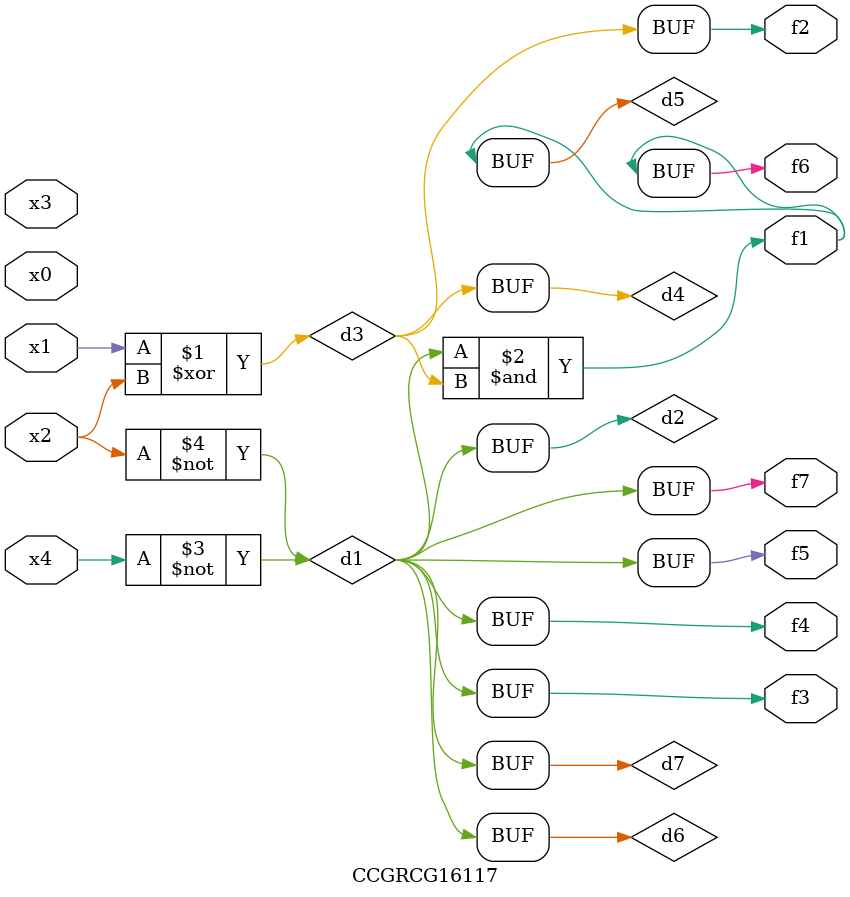
<source format=v>
module CCGRCG16117(
	input x0, x1, x2, x3, x4,
	output f1, f2, f3, f4, f5, f6, f7
);

	wire d1, d2, d3, d4, d5, d6, d7;

	not (d1, x4);
	not (d2, x2);
	xor (d3, x1, x2);
	buf (d4, d3);
	and (d5, d1, d3);
	buf (d6, d1, d2);
	buf (d7, d2);
	assign f1 = d5;
	assign f2 = d4;
	assign f3 = d7;
	assign f4 = d7;
	assign f5 = d7;
	assign f6 = d5;
	assign f7 = d7;
endmodule

</source>
